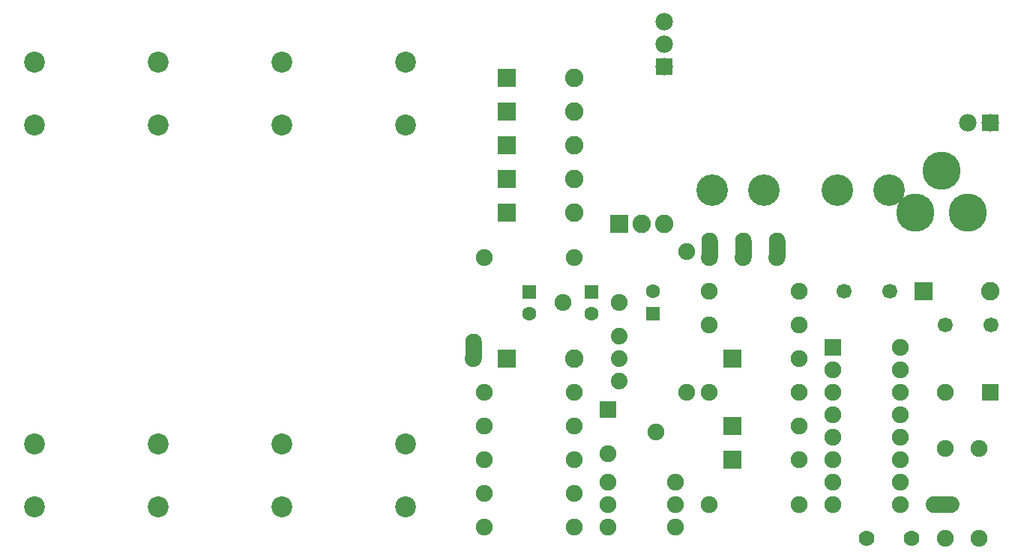
<source format=gtl>
G04 MADE WITH FRITZING*
G04 WWW.FRITZING.ORG*
G04 DOUBLE SIDED*
G04 HOLES PLATED*
G04 CONTOUR ON CENTER OF CONTOUR VECTOR*
%ASAXBY*%
%FSLAX23Y23*%
%MOIN*%
%OFA0B0*%
%SFA1.0B1.0*%
%ADD10C,0.082000*%
%ADD11C,0.070000*%
%ADD12C,0.066555*%
%ADD13C,0.075000*%
%ADD14C,0.078002*%
%ADD15C,0.078000*%
%ADD16C,0.074000*%
%ADD17C,0.170000*%
%ADD18C,0.140000*%
%ADD19C,0.093000*%
%ADD20C,0.062992*%
%ADD21R,0.082000X0.082000*%
%ADD22R,0.078002X0.078000*%
%ADD23R,0.078000X0.078000*%
%ADD24R,0.075000X0.075000*%
%ADD25R,0.062992X0.062992*%
%ADD26R,0.001000X0.001000*%
%LNCOPPER1*%
G90*
G70*
G54D10*
X4302Y1288D03*
X4600Y1288D03*
X2450Y2238D03*
X2748Y2238D03*
G54D11*
X4250Y188D03*
X4050Y188D03*
G54D12*
X4151Y1288D03*
X3950Y1288D03*
X4601Y1138D03*
X4400Y1138D03*
G54D13*
X2700Y1238D03*
X2950Y1238D03*
G54D14*
X3150Y2288D03*
X3150Y2388D03*
X3150Y2488D03*
G54D15*
X4600Y2038D03*
X4500Y2038D03*
G54D13*
X3250Y1463D03*
X3250Y838D03*
G54D10*
X2450Y988D03*
X2748Y988D03*
G54D16*
X2950Y1088D03*
X2950Y988D03*
X2950Y888D03*
X2950Y1088D03*
X2950Y988D03*
X2950Y888D03*
G54D17*
X4264Y1638D03*
X4500Y1638D03*
X4382Y1823D03*
X4264Y1638D03*
X4500Y1638D03*
X4382Y1823D03*
G54D13*
X2750Y238D03*
X2350Y238D03*
X3350Y1138D03*
X3750Y1138D03*
G54D16*
X3350Y1438D03*
X3350Y1438D03*
X3350Y1438D03*
X4350Y338D03*
X4350Y338D03*
X4350Y338D03*
X2300Y988D03*
X2300Y988D03*
X2300Y988D03*
X3500Y1438D03*
X3500Y1438D03*
X3500Y1438D03*
X3650Y1438D03*
X3650Y1438D03*
X3650Y1438D03*
G54D13*
X2900Y760D03*
X3112Y661D03*
X2900Y563D03*
G54D18*
X4150Y1738D03*
X3920Y1738D03*
X3363Y1738D03*
X3593Y1738D03*
X4150Y1738D03*
X3920Y1738D03*
X3363Y1738D03*
X3593Y1738D03*
G54D13*
X4600Y838D03*
X4400Y838D03*
X3900Y1038D03*
X4200Y1038D03*
X3900Y938D03*
X4200Y938D03*
X3900Y838D03*
X4200Y838D03*
X3900Y738D03*
X4200Y738D03*
X3900Y638D03*
X4200Y638D03*
X3900Y538D03*
X4200Y538D03*
X3900Y438D03*
X4200Y438D03*
X3900Y338D03*
X4200Y338D03*
X3450Y538D03*
X3750Y538D03*
X3450Y688D03*
X3750Y688D03*
X4550Y588D03*
X4550Y188D03*
X4400Y588D03*
X4400Y188D03*
G54D10*
X2450Y1638D03*
X2748Y1638D03*
X2450Y1788D03*
X2748Y1788D03*
X2450Y1938D03*
X2748Y1938D03*
X2450Y2088D03*
X2748Y2088D03*
G54D19*
X1450Y328D03*
X1450Y608D03*
X1450Y2308D03*
X1450Y2028D03*
X1450Y328D03*
X1450Y608D03*
X1450Y2308D03*
X1450Y2028D03*
X350Y328D03*
X350Y608D03*
X350Y2308D03*
X350Y2028D03*
X350Y328D03*
X350Y608D03*
X350Y2308D03*
X350Y2028D03*
X900Y328D03*
X900Y608D03*
X900Y2308D03*
X900Y2028D03*
X900Y328D03*
X900Y608D03*
X900Y2308D03*
X900Y2028D03*
X2000Y328D03*
X2000Y608D03*
X2000Y2308D03*
X2000Y2028D03*
X2000Y328D03*
X2000Y608D03*
X2000Y2308D03*
X2000Y2028D03*
G54D13*
X2900Y238D03*
X2900Y338D03*
X2900Y438D03*
X3200Y238D03*
X3200Y338D03*
X3200Y438D03*
X2350Y538D03*
X2750Y538D03*
X2350Y688D03*
X2750Y688D03*
G54D10*
X2950Y1588D03*
X3050Y1588D03*
X3150Y1588D03*
G54D13*
X2350Y1438D03*
X2750Y1438D03*
X3350Y1288D03*
X3750Y1288D03*
X2350Y838D03*
X2750Y838D03*
X2350Y388D03*
X2750Y388D03*
X3350Y338D03*
X3750Y338D03*
X3350Y838D03*
X3750Y838D03*
G54D20*
X2825Y1286D03*
X2825Y1188D03*
X3100Y1189D03*
X3100Y1288D03*
X2550Y1286D03*
X2550Y1188D03*
G54D13*
X3450Y988D03*
X3750Y988D03*
G54D21*
X4301Y1288D03*
X2449Y2238D03*
G54D22*
X3150Y2288D03*
G54D23*
X4600Y2038D03*
G54D21*
X2449Y988D03*
G54D24*
X2900Y760D03*
X4600Y838D03*
X3900Y1038D03*
G54D21*
X3451Y537D03*
X3451Y687D03*
X2449Y1638D03*
X2449Y1788D03*
X2449Y1938D03*
X2449Y2088D03*
X2950Y1588D03*
G54D25*
X2825Y1286D03*
X3100Y1189D03*
X2550Y1286D03*
G54D21*
X3451Y987D03*
G54D26*
X3343Y1548D02*
X3357Y1548D01*
X3493Y1548D02*
X3507Y1548D01*
X3643Y1548D02*
X3657Y1548D01*
X3339Y1547D02*
X3361Y1547D01*
X3489Y1547D02*
X3511Y1547D01*
X3639Y1547D02*
X3661Y1547D01*
X3337Y1546D02*
X3364Y1546D01*
X3487Y1546D02*
X3514Y1546D01*
X3637Y1546D02*
X3664Y1546D01*
X3334Y1545D02*
X3366Y1545D01*
X3484Y1545D02*
X3516Y1545D01*
X3634Y1545D02*
X3666Y1545D01*
X3332Y1544D02*
X3368Y1544D01*
X3482Y1544D02*
X3518Y1544D01*
X3632Y1544D02*
X3668Y1544D01*
X3331Y1543D02*
X3370Y1543D01*
X3481Y1543D02*
X3520Y1543D01*
X3631Y1543D02*
X3670Y1543D01*
X3329Y1542D02*
X3371Y1542D01*
X3479Y1542D02*
X3521Y1542D01*
X3629Y1542D02*
X3671Y1542D01*
X3328Y1541D02*
X3372Y1541D01*
X3478Y1541D02*
X3522Y1541D01*
X3628Y1541D02*
X3672Y1541D01*
X3327Y1540D02*
X3374Y1540D01*
X3477Y1540D02*
X3524Y1540D01*
X3627Y1540D02*
X3674Y1540D01*
X3326Y1539D02*
X3375Y1539D01*
X3476Y1539D02*
X3525Y1539D01*
X3626Y1539D02*
X3675Y1539D01*
X3325Y1538D02*
X3376Y1538D01*
X3475Y1538D02*
X3526Y1538D01*
X3625Y1538D02*
X3676Y1538D01*
X3324Y1537D02*
X3377Y1537D01*
X3474Y1537D02*
X3527Y1537D01*
X3624Y1537D02*
X3677Y1537D01*
X3323Y1536D02*
X3378Y1536D01*
X3473Y1536D02*
X3528Y1536D01*
X3623Y1536D02*
X3678Y1536D01*
X3322Y1535D02*
X3379Y1535D01*
X3472Y1535D02*
X3529Y1535D01*
X3622Y1535D02*
X3679Y1535D01*
X3321Y1534D02*
X3379Y1534D01*
X3471Y1534D02*
X3529Y1534D01*
X3621Y1534D02*
X3679Y1534D01*
X3320Y1533D02*
X3380Y1533D01*
X3470Y1533D02*
X3530Y1533D01*
X3620Y1533D02*
X3680Y1533D01*
X3320Y1532D02*
X3381Y1532D01*
X3470Y1532D02*
X3531Y1532D01*
X3620Y1532D02*
X3681Y1532D01*
X3319Y1531D02*
X3381Y1531D01*
X3469Y1531D02*
X3531Y1531D01*
X3619Y1531D02*
X3681Y1531D01*
X3318Y1530D02*
X3382Y1530D01*
X3468Y1530D02*
X3532Y1530D01*
X3618Y1530D02*
X3682Y1530D01*
X3318Y1529D02*
X3382Y1529D01*
X3468Y1529D02*
X3532Y1529D01*
X3618Y1529D02*
X3682Y1529D01*
X3317Y1528D02*
X3383Y1528D01*
X3467Y1528D02*
X3533Y1528D01*
X3617Y1528D02*
X3683Y1528D01*
X3317Y1527D02*
X3383Y1527D01*
X3467Y1527D02*
X3533Y1527D01*
X3617Y1527D02*
X3683Y1527D01*
X3317Y1526D02*
X3384Y1526D01*
X3467Y1526D02*
X3534Y1526D01*
X3617Y1526D02*
X3684Y1526D01*
X3316Y1525D02*
X3384Y1525D01*
X3466Y1525D02*
X3534Y1525D01*
X3616Y1525D02*
X3684Y1525D01*
X3316Y1524D02*
X3385Y1524D01*
X3466Y1524D02*
X3535Y1524D01*
X3616Y1524D02*
X3685Y1524D01*
X3315Y1523D02*
X3385Y1523D01*
X3465Y1523D02*
X3535Y1523D01*
X3615Y1523D02*
X3685Y1523D01*
X3315Y1522D02*
X3385Y1522D01*
X3465Y1522D02*
X3535Y1522D01*
X3615Y1522D02*
X3685Y1522D01*
X3315Y1521D02*
X3386Y1521D01*
X3465Y1521D02*
X3536Y1521D01*
X3615Y1521D02*
X3685Y1521D01*
X3315Y1520D02*
X3386Y1520D01*
X3465Y1520D02*
X3536Y1520D01*
X3615Y1520D02*
X3686Y1520D01*
X3314Y1519D02*
X3386Y1519D01*
X3464Y1519D02*
X3536Y1519D01*
X3614Y1519D02*
X3686Y1519D01*
X3314Y1518D02*
X3386Y1518D01*
X3464Y1518D02*
X3536Y1518D01*
X3614Y1518D02*
X3686Y1518D01*
X3314Y1517D02*
X3386Y1517D01*
X3464Y1517D02*
X3536Y1517D01*
X3614Y1517D02*
X3686Y1517D01*
X3314Y1516D02*
X3386Y1516D01*
X3464Y1516D02*
X3536Y1516D01*
X3614Y1516D02*
X3686Y1516D01*
X3314Y1515D02*
X3387Y1515D01*
X3464Y1515D02*
X3537Y1515D01*
X3614Y1515D02*
X3687Y1515D01*
X3314Y1514D02*
X3387Y1514D01*
X3464Y1514D02*
X3537Y1514D01*
X3614Y1514D02*
X3687Y1514D01*
X3314Y1513D02*
X3387Y1513D01*
X3464Y1513D02*
X3537Y1513D01*
X3614Y1513D02*
X3687Y1513D01*
X3314Y1512D02*
X3387Y1512D01*
X3464Y1512D02*
X3537Y1512D01*
X3614Y1512D02*
X3687Y1512D01*
X3314Y1511D02*
X3387Y1511D01*
X3464Y1511D02*
X3537Y1511D01*
X3614Y1511D02*
X3687Y1511D01*
X3314Y1510D02*
X3387Y1510D01*
X3464Y1510D02*
X3537Y1510D01*
X3614Y1510D02*
X3687Y1510D01*
X3314Y1509D02*
X3387Y1509D01*
X3464Y1509D02*
X3537Y1509D01*
X3614Y1509D02*
X3687Y1509D01*
X3314Y1508D02*
X3387Y1508D01*
X3464Y1508D02*
X3537Y1508D01*
X3614Y1508D02*
X3687Y1508D01*
X3314Y1507D02*
X3387Y1507D01*
X3464Y1507D02*
X3537Y1507D01*
X3614Y1507D02*
X3687Y1507D01*
X3314Y1506D02*
X3387Y1506D01*
X3464Y1506D02*
X3537Y1506D01*
X3614Y1506D02*
X3687Y1506D01*
X3314Y1505D02*
X3387Y1505D01*
X3464Y1505D02*
X3537Y1505D01*
X3614Y1505D02*
X3687Y1505D01*
X3314Y1504D02*
X3387Y1504D01*
X3464Y1504D02*
X3537Y1504D01*
X3614Y1504D02*
X3687Y1504D01*
X3314Y1503D02*
X3387Y1503D01*
X3464Y1503D02*
X3537Y1503D01*
X3614Y1503D02*
X3687Y1503D01*
X3314Y1502D02*
X3387Y1502D01*
X3464Y1502D02*
X3537Y1502D01*
X3614Y1502D02*
X3687Y1502D01*
X3314Y1501D02*
X3387Y1501D01*
X3464Y1501D02*
X3537Y1501D01*
X3614Y1501D02*
X3687Y1501D01*
X3314Y1500D02*
X3387Y1500D01*
X3464Y1500D02*
X3537Y1500D01*
X3614Y1500D02*
X3687Y1500D01*
X3314Y1499D02*
X3387Y1499D01*
X3464Y1499D02*
X3537Y1499D01*
X3614Y1499D02*
X3687Y1499D01*
X3314Y1498D02*
X3387Y1498D01*
X3464Y1498D02*
X3537Y1498D01*
X3614Y1498D02*
X3687Y1498D01*
X3314Y1497D02*
X3387Y1497D01*
X3464Y1497D02*
X3537Y1497D01*
X3614Y1497D02*
X3687Y1497D01*
X3314Y1496D02*
X3387Y1496D01*
X3464Y1496D02*
X3537Y1496D01*
X3614Y1496D02*
X3687Y1496D01*
X3314Y1495D02*
X3387Y1495D01*
X3464Y1495D02*
X3537Y1495D01*
X3614Y1495D02*
X3687Y1495D01*
X3314Y1494D02*
X3387Y1494D01*
X3464Y1494D02*
X3537Y1494D01*
X3614Y1494D02*
X3687Y1494D01*
X3314Y1493D02*
X3387Y1493D01*
X3464Y1493D02*
X3537Y1493D01*
X3614Y1493D02*
X3687Y1493D01*
X3314Y1492D02*
X3387Y1492D01*
X3464Y1492D02*
X3537Y1492D01*
X3614Y1492D02*
X3687Y1492D01*
X3314Y1491D02*
X3387Y1491D01*
X3464Y1491D02*
X3537Y1491D01*
X3614Y1491D02*
X3687Y1491D01*
X3314Y1490D02*
X3387Y1490D01*
X3464Y1490D02*
X3537Y1490D01*
X3614Y1490D02*
X3687Y1490D01*
X3314Y1489D02*
X3387Y1489D01*
X3464Y1489D02*
X3537Y1489D01*
X3614Y1489D02*
X3687Y1489D01*
X3314Y1488D02*
X3387Y1488D01*
X3464Y1488D02*
X3537Y1488D01*
X3614Y1488D02*
X3687Y1488D01*
X3314Y1487D02*
X3387Y1487D01*
X3464Y1487D02*
X3537Y1487D01*
X3614Y1487D02*
X3687Y1487D01*
X3314Y1486D02*
X3387Y1486D01*
X3464Y1486D02*
X3537Y1486D01*
X3614Y1486D02*
X3687Y1486D01*
X3314Y1485D02*
X3387Y1485D01*
X3464Y1485D02*
X3537Y1485D01*
X3614Y1485D02*
X3687Y1485D01*
X3314Y1484D02*
X3387Y1484D01*
X3464Y1484D02*
X3537Y1484D01*
X3614Y1484D02*
X3687Y1484D01*
X3314Y1483D02*
X3387Y1483D01*
X3464Y1483D02*
X3537Y1483D01*
X3614Y1483D02*
X3687Y1483D01*
X3314Y1482D02*
X3387Y1482D01*
X3464Y1482D02*
X3537Y1482D01*
X3614Y1482D02*
X3687Y1482D01*
X3314Y1481D02*
X3387Y1481D01*
X3464Y1481D02*
X3537Y1481D01*
X3614Y1481D02*
X3687Y1481D01*
X3314Y1480D02*
X3387Y1480D01*
X3464Y1480D02*
X3537Y1480D01*
X3614Y1480D02*
X3687Y1480D01*
X3314Y1479D02*
X3387Y1479D01*
X3464Y1479D02*
X3537Y1479D01*
X3614Y1479D02*
X3687Y1479D01*
X3314Y1478D02*
X3387Y1478D01*
X3464Y1478D02*
X3537Y1478D01*
X3614Y1478D02*
X3687Y1478D01*
X3314Y1477D02*
X3387Y1477D01*
X3464Y1477D02*
X3537Y1477D01*
X3614Y1477D02*
X3687Y1477D01*
X3314Y1476D02*
X3387Y1476D01*
X3464Y1476D02*
X3537Y1476D01*
X3614Y1476D02*
X3687Y1476D01*
X3314Y1475D02*
X3387Y1475D01*
X3464Y1475D02*
X3537Y1475D01*
X3614Y1475D02*
X3687Y1475D01*
X3314Y1474D02*
X3387Y1474D01*
X3464Y1474D02*
X3537Y1474D01*
X3614Y1474D02*
X3687Y1474D01*
X3314Y1473D02*
X3387Y1473D01*
X3464Y1473D02*
X3537Y1473D01*
X3614Y1473D02*
X3687Y1473D01*
X3314Y1472D02*
X3387Y1472D01*
X3464Y1472D02*
X3537Y1472D01*
X3614Y1472D02*
X3687Y1472D01*
X3314Y1471D02*
X3387Y1471D01*
X3464Y1471D02*
X3537Y1471D01*
X3614Y1471D02*
X3687Y1471D01*
X3314Y1470D02*
X3387Y1470D01*
X3464Y1470D02*
X3537Y1470D01*
X3614Y1470D02*
X3687Y1470D01*
X3314Y1469D02*
X3387Y1469D01*
X3464Y1469D02*
X3537Y1469D01*
X3614Y1469D02*
X3687Y1469D01*
X3314Y1468D02*
X3387Y1468D01*
X3464Y1468D02*
X3537Y1468D01*
X3614Y1468D02*
X3687Y1468D01*
X3314Y1467D02*
X3387Y1467D01*
X3464Y1467D02*
X3537Y1467D01*
X3614Y1467D02*
X3687Y1467D01*
X3314Y1466D02*
X3387Y1466D01*
X3464Y1466D02*
X3537Y1466D01*
X3614Y1466D02*
X3687Y1466D01*
X3314Y1465D02*
X3387Y1465D01*
X3464Y1465D02*
X3537Y1465D01*
X3614Y1465D02*
X3687Y1465D01*
X3314Y1464D02*
X3387Y1464D01*
X3464Y1464D02*
X3537Y1464D01*
X3614Y1464D02*
X3687Y1464D01*
X3314Y1463D02*
X3387Y1463D01*
X3464Y1463D02*
X3537Y1463D01*
X3614Y1463D02*
X3687Y1463D01*
X3314Y1462D02*
X3387Y1462D01*
X3464Y1462D02*
X3537Y1462D01*
X3614Y1462D02*
X3687Y1462D01*
X3314Y1461D02*
X3387Y1461D01*
X3464Y1461D02*
X3537Y1461D01*
X3614Y1461D02*
X3687Y1461D01*
X3314Y1460D02*
X3387Y1460D01*
X3464Y1460D02*
X3537Y1460D01*
X3614Y1460D02*
X3687Y1460D01*
X3314Y1459D02*
X3344Y1459D01*
X3356Y1459D02*
X3387Y1459D01*
X3464Y1459D02*
X3494Y1459D01*
X3506Y1459D02*
X3537Y1459D01*
X3614Y1459D02*
X3644Y1459D01*
X3656Y1459D02*
X3687Y1459D01*
X3314Y1458D02*
X3341Y1458D01*
X3359Y1458D02*
X3387Y1458D01*
X3464Y1458D02*
X3491Y1458D01*
X3509Y1458D02*
X3537Y1458D01*
X3614Y1458D02*
X3641Y1458D01*
X3659Y1458D02*
X3687Y1458D01*
X3314Y1457D02*
X3339Y1457D01*
X3361Y1457D02*
X3387Y1457D01*
X3464Y1457D02*
X3489Y1457D01*
X3511Y1457D02*
X3537Y1457D01*
X3614Y1457D02*
X3639Y1457D01*
X3661Y1457D02*
X3687Y1457D01*
X3314Y1456D02*
X3337Y1456D01*
X3363Y1456D02*
X3387Y1456D01*
X3464Y1456D02*
X3487Y1456D01*
X3513Y1456D02*
X3537Y1456D01*
X3614Y1456D02*
X3637Y1456D01*
X3663Y1456D02*
X3687Y1456D01*
X3314Y1455D02*
X3336Y1455D01*
X3364Y1455D02*
X3387Y1455D01*
X3464Y1455D02*
X3486Y1455D01*
X3514Y1455D02*
X3537Y1455D01*
X3614Y1455D02*
X3636Y1455D01*
X3664Y1455D02*
X3687Y1455D01*
X3314Y1454D02*
X3335Y1454D01*
X3366Y1454D02*
X3387Y1454D01*
X3464Y1454D02*
X3485Y1454D01*
X3516Y1454D02*
X3537Y1454D01*
X3614Y1454D02*
X3635Y1454D01*
X3666Y1454D02*
X3687Y1454D01*
X3314Y1453D02*
X3334Y1453D01*
X3367Y1453D02*
X3387Y1453D01*
X3464Y1453D02*
X3484Y1453D01*
X3517Y1453D02*
X3537Y1453D01*
X3614Y1453D02*
X3634Y1453D01*
X3667Y1453D02*
X3687Y1453D01*
X3314Y1452D02*
X3333Y1452D01*
X3367Y1452D02*
X3387Y1452D01*
X3464Y1452D02*
X3483Y1452D01*
X3517Y1452D02*
X3537Y1452D01*
X3614Y1452D02*
X3633Y1452D01*
X3667Y1452D02*
X3687Y1452D01*
X3314Y1451D02*
X3332Y1451D01*
X3368Y1451D02*
X3387Y1451D01*
X3464Y1451D02*
X3482Y1451D01*
X3518Y1451D02*
X3537Y1451D01*
X3614Y1451D02*
X3632Y1451D01*
X3668Y1451D02*
X3687Y1451D01*
X3314Y1450D02*
X3331Y1450D01*
X3369Y1450D02*
X3387Y1450D01*
X3464Y1450D02*
X3481Y1450D01*
X3519Y1450D02*
X3537Y1450D01*
X3614Y1450D02*
X3631Y1450D01*
X3669Y1450D02*
X3687Y1450D01*
X3314Y1449D02*
X3331Y1449D01*
X3370Y1449D02*
X3387Y1449D01*
X3464Y1449D02*
X3481Y1449D01*
X3520Y1449D02*
X3537Y1449D01*
X3614Y1449D02*
X3631Y1449D01*
X3670Y1449D02*
X3687Y1449D01*
X3314Y1448D02*
X3330Y1448D01*
X3370Y1448D02*
X3387Y1448D01*
X3464Y1448D02*
X3480Y1448D01*
X3520Y1448D02*
X3537Y1448D01*
X3614Y1448D02*
X3630Y1448D01*
X3670Y1448D02*
X3687Y1448D01*
X3314Y1447D02*
X3330Y1447D01*
X3371Y1447D02*
X3387Y1447D01*
X3464Y1447D02*
X3480Y1447D01*
X3521Y1447D02*
X3537Y1447D01*
X3614Y1447D02*
X3630Y1447D01*
X3671Y1447D02*
X3687Y1447D01*
X3314Y1446D02*
X3329Y1446D01*
X3371Y1446D02*
X3387Y1446D01*
X3464Y1446D02*
X3479Y1446D01*
X3521Y1446D02*
X3537Y1446D01*
X3614Y1446D02*
X3629Y1446D01*
X3671Y1446D02*
X3687Y1446D01*
X3314Y1445D02*
X3329Y1445D01*
X3371Y1445D02*
X3387Y1445D01*
X3464Y1445D02*
X3479Y1445D01*
X3521Y1445D02*
X3537Y1445D01*
X3614Y1445D02*
X3629Y1445D01*
X3671Y1445D02*
X3687Y1445D01*
X3314Y1444D02*
X3329Y1444D01*
X3372Y1444D02*
X3387Y1444D01*
X3464Y1444D02*
X3479Y1444D01*
X3522Y1444D02*
X3537Y1444D01*
X3614Y1444D02*
X3629Y1444D01*
X3672Y1444D02*
X3687Y1444D01*
X3314Y1443D02*
X3328Y1443D01*
X3372Y1443D02*
X3387Y1443D01*
X3464Y1443D02*
X3478Y1443D01*
X3522Y1443D02*
X3537Y1443D01*
X3614Y1443D02*
X3628Y1443D01*
X3672Y1443D02*
X3687Y1443D01*
X3314Y1442D02*
X3328Y1442D01*
X3372Y1442D02*
X3387Y1442D01*
X3464Y1442D02*
X3478Y1442D01*
X3522Y1442D02*
X3537Y1442D01*
X3614Y1442D02*
X3628Y1442D01*
X3672Y1442D02*
X3687Y1442D01*
X3314Y1441D02*
X3328Y1441D01*
X3372Y1441D02*
X3387Y1441D01*
X3464Y1441D02*
X3478Y1441D01*
X3522Y1441D02*
X3537Y1441D01*
X3614Y1441D02*
X3628Y1441D01*
X3672Y1441D02*
X3687Y1441D01*
X3314Y1440D02*
X3328Y1440D01*
X3373Y1440D02*
X3387Y1440D01*
X3464Y1440D02*
X3478Y1440D01*
X3523Y1440D02*
X3537Y1440D01*
X3614Y1440D02*
X3628Y1440D01*
X3673Y1440D02*
X3687Y1440D01*
X3314Y1439D02*
X3328Y1439D01*
X3373Y1439D02*
X3387Y1439D01*
X3464Y1439D02*
X3478Y1439D01*
X3523Y1439D02*
X3537Y1439D01*
X3614Y1439D02*
X3628Y1439D01*
X3673Y1439D02*
X3687Y1439D01*
X3314Y1438D02*
X3328Y1438D01*
X3373Y1438D02*
X3387Y1438D01*
X3464Y1438D02*
X3478Y1438D01*
X3523Y1438D02*
X3537Y1438D01*
X3614Y1438D02*
X3628Y1438D01*
X3673Y1438D02*
X3687Y1438D01*
X3314Y1437D02*
X3328Y1437D01*
X3373Y1437D02*
X3387Y1437D01*
X3464Y1437D02*
X3478Y1437D01*
X3523Y1437D02*
X3537Y1437D01*
X3614Y1437D02*
X3628Y1437D01*
X3673Y1437D02*
X3687Y1437D01*
X3314Y1436D02*
X3328Y1436D01*
X3373Y1436D02*
X3387Y1436D01*
X3464Y1436D02*
X3478Y1436D01*
X3523Y1436D02*
X3537Y1436D01*
X3614Y1436D02*
X3628Y1436D01*
X3673Y1436D02*
X3687Y1436D01*
X3314Y1435D02*
X3328Y1435D01*
X3372Y1435D02*
X3387Y1435D01*
X3464Y1435D02*
X3478Y1435D01*
X3522Y1435D02*
X3537Y1435D01*
X3614Y1435D02*
X3628Y1435D01*
X3672Y1435D02*
X3687Y1435D01*
X3314Y1434D02*
X3328Y1434D01*
X3372Y1434D02*
X3386Y1434D01*
X3464Y1434D02*
X3478Y1434D01*
X3522Y1434D02*
X3536Y1434D01*
X3614Y1434D02*
X3628Y1434D01*
X3672Y1434D02*
X3686Y1434D01*
X3314Y1433D02*
X3328Y1433D01*
X3372Y1433D02*
X3386Y1433D01*
X3464Y1433D02*
X3478Y1433D01*
X3522Y1433D02*
X3536Y1433D01*
X3614Y1433D02*
X3628Y1433D01*
X3672Y1433D02*
X3686Y1433D01*
X3314Y1432D02*
X3329Y1432D01*
X3372Y1432D02*
X3386Y1432D01*
X3464Y1432D02*
X3479Y1432D01*
X3522Y1432D02*
X3536Y1432D01*
X3614Y1432D02*
X3629Y1432D01*
X3672Y1432D02*
X3686Y1432D01*
X3314Y1431D02*
X3329Y1431D01*
X3372Y1431D02*
X3386Y1431D01*
X3464Y1431D02*
X3479Y1431D01*
X3521Y1431D02*
X3536Y1431D01*
X3614Y1431D02*
X3629Y1431D01*
X3671Y1431D02*
X3686Y1431D01*
X3315Y1430D02*
X3329Y1430D01*
X3371Y1430D02*
X3386Y1430D01*
X3465Y1430D02*
X3479Y1430D01*
X3521Y1430D02*
X3536Y1430D01*
X3615Y1430D02*
X3629Y1430D01*
X3671Y1430D02*
X3686Y1430D01*
X3315Y1429D02*
X3330Y1429D01*
X3371Y1429D02*
X3386Y1429D01*
X3465Y1429D02*
X3480Y1429D01*
X3521Y1429D02*
X3536Y1429D01*
X3615Y1429D02*
X3630Y1429D01*
X3671Y1429D02*
X3686Y1429D01*
X3315Y1428D02*
X3330Y1428D01*
X3370Y1428D02*
X3385Y1428D01*
X3465Y1428D02*
X3480Y1428D01*
X3520Y1428D02*
X3535Y1428D01*
X3615Y1428D02*
X3630Y1428D01*
X3670Y1428D02*
X3685Y1428D01*
X3315Y1427D02*
X3331Y1427D01*
X3370Y1427D02*
X3385Y1427D01*
X3465Y1427D02*
X3481Y1427D01*
X3520Y1427D02*
X3535Y1427D01*
X3615Y1427D02*
X3631Y1427D01*
X3670Y1427D02*
X3685Y1427D01*
X3316Y1426D02*
X3331Y1426D01*
X3369Y1426D02*
X3385Y1426D01*
X3466Y1426D02*
X3481Y1426D01*
X3519Y1426D02*
X3535Y1426D01*
X3616Y1426D02*
X3631Y1426D01*
X3669Y1426D02*
X3685Y1426D01*
X3316Y1425D02*
X3332Y1425D01*
X3368Y1425D02*
X3384Y1425D01*
X3466Y1425D02*
X3482Y1425D01*
X3518Y1425D02*
X3534Y1425D01*
X3616Y1425D02*
X3632Y1425D01*
X3668Y1425D02*
X3684Y1425D01*
X3316Y1424D02*
X3333Y1424D01*
X3368Y1424D02*
X3384Y1424D01*
X3466Y1424D02*
X3483Y1424D01*
X3518Y1424D02*
X3534Y1424D01*
X3616Y1424D02*
X3633Y1424D01*
X3668Y1424D02*
X3684Y1424D01*
X3317Y1423D02*
X3334Y1423D01*
X3367Y1423D02*
X3384Y1423D01*
X3467Y1423D02*
X3484Y1423D01*
X3517Y1423D02*
X3534Y1423D01*
X3617Y1423D02*
X3634Y1423D01*
X3667Y1423D02*
X3684Y1423D01*
X3317Y1422D02*
X3335Y1422D01*
X3366Y1422D02*
X3383Y1422D01*
X3467Y1422D02*
X3485Y1422D01*
X3516Y1422D02*
X3533Y1422D01*
X3617Y1422D02*
X3635Y1422D01*
X3666Y1422D02*
X3683Y1422D01*
X3318Y1421D02*
X3336Y1421D01*
X3365Y1421D02*
X3383Y1421D01*
X3468Y1421D02*
X3486Y1421D01*
X3515Y1421D02*
X3533Y1421D01*
X3618Y1421D02*
X3636Y1421D01*
X3665Y1421D02*
X3683Y1421D01*
X3318Y1420D02*
X3337Y1420D01*
X3363Y1420D02*
X3382Y1420D01*
X3468Y1420D02*
X3487Y1420D01*
X3513Y1420D02*
X3532Y1420D01*
X3618Y1420D02*
X3637Y1420D01*
X3663Y1420D02*
X3682Y1420D01*
X3319Y1419D02*
X3339Y1419D01*
X3362Y1419D02*
X3381Y1419D01*
X3469Y1419D02*
X3489Y1419D01*
X3512Y1419D02*
X3531Y1419D01*
X3619Y1419D02*
X3639Y1419D01*
X3662Y1419D02*
X3681Y1419D01*
X3320Y1418D02*
X3340Y1418D01*
X3360Y1418D02*
X3381Y1418D01*
X3470Y1418D02*
X3490Y1418D01*
X3510Y1418D02*
X3531Y1418D01*
X3620Y1418D02*
X3640Y1418D01*
X3660Y1418D02*
X3681Y1418D01*
X3320Y1417D02*
X3343Y1417D01*
X3357Y1417D02*
X3380Y1417D01*
X3470Y1417D02*
X3493Y1417D01*
X3507Y1417D02*
X3530Y1417D01*
X3620Y1417D02*
X3643Y1417D01*
X3657Y1417D02*
X3680Y1417D01*
X3321Y1416D02*
X3347Y1416D01*
X3353Y1416D02*
X3380Y1416D01*
X3471Y1416D02*
X3497Y1416D01*
X3503Y1416D02*
X3529Y1416D01*
X3621Y1416D02*
X3647Y1416D01*
X3653Y1416D02*
X3679Y1416D01*
X3322Y1415D02*
X3379Y1415D01*
X3472Y1415D02*
X3529Y1415D01*
X3622Y1415D02*
X3679Y1415D01*
X3322Y1414D02*
X3378Y1414D01*
X3472Y1414D02*
X3528Y1414D01*
X3622Y1414D02*
X3678Y1414D01*
X3323Y1413D02*
X3377Y1413D01*
X3473Y1413D02*
X3527Y1413D01*
X3623Y1413D02*
X3677Y1413D01*
X3324Y1412D02*
X3376Y1412D01*
X3474Y1412D02*
X3526Y1412D01*
X3624Y1412D02*
X3676Y1412D01*
X3325Y1411D02*
X3375Y1411D01*
X3475Y1411D02*
X3525Y1411D01*
X3625Y1411D02*
X3675Y1411D01*
X3326Y1410D02*
X3374Y1410D01*
X3476Y1410D02*
X3524Y1410D01*
X3626Y1410D02*
X3674Y1410D01*
X3328Y1409D02*
X3373Y1409D01*
X3478Y1409D02*
X3523Y1409D01*
X3628Y1409D02*
X3673Y1409D01*
X3329Y1408D02*
X3371Y1408D01*
X3479Y1408D02*
X3521Y1408D01*
X3629Y1408D02*
X3671Y1408D01*
X3330Y1407D02*
X3370Y1407D01*
X3480Y1407D02*
X3520Y1407D01*
X3630Y1407D02*
X3670Y1407D01*
X3332Y1406D02*
X3368Y1406D01*
X3482Y1406D02*
X3518Y1406D01*
X3632Y1406D02*
X3668Y1406D01*
X3334Y1405D02*
X3367Y1405D01*
X3484Y1405D02*
X3517Y1405D01*
X3634Y1405D02*
X3667Y1405D01*
X3336Y1404D02*
X3365Y1404D01*
X3486Y1404D02*
X3515Y1404D01*
X3636Y1404D02*
X3665Y1404D01*
X3338Y1403D02*
X3362Y1403D01*
X3488Y1403D02*
X3512Y1403D01*
X3638Y1403D02*
X3662Y1403D01*
X3342Y1402D02*
X3359Y1402D01*
X3492Y1402D02*
X3509Y1402D01*
X3642Y1402D02*
X3659Y1402D01*
X3348Y1401D02*
X3352Y1401D01*
X3498Y1401D02*
X3502Y1401D01*
X3648Y1401D02*
X3652Y1401D01*
X2292Y1098D02*
X2308Y1098D01*
X2289Y1097D02*
X2312Y1097D01*
X2286Y1096D02*
X2314Y1096D01*
X2284Y1095D02*
X2316Y1095D01*
X2282Y1094D02*
X2318Y1094D01*
X2281Y1093D02*
X2320Y1093D01*
X2279Y1092D02*
X2321Y1092D01*
X2278Y1091D02*
X2323Y1091D01*
X2277Y1090D02*
X2324Y1090D01*
X2276Y1089D02*
X2325Y1089D01*
X2275Y1088D02*
X2326Y1088D01*
X2274Y1087D02*
X2327Y1087D01*
X2273Y1086D02*
X2328Y1086D01*
X2272Y1085D02*
X2329Y1085D01*
X2271Y1084D02*
X2329Y1084D01*
X2270Y1083D02*
X2330Y1083D01*
X2270Y1082D02*
X2331Y1082D01*
X2269Y1081D02*
X2331Y1081D01*
X2269Y1080D02*
X2332Y1080D01*
X2268Y1079D02*
X2333Y1079D01*
X2267Y1078D02*
X2333Y1078D01*
X2267Y1077D02*
X2334Y1077D01*
X2267Y1076D02*
X2334Y1076D01*
X2266Y1075D02*
X2334Y1075D01*
X2266Y1074D02*
X2335Y1074D01*
X2265Y1073D02*
X2335Y1073D01*
X2265Y1072D02*
X2335Y1072D01*
X2265Y1071D02*
X2336Y1071D01*
X2265Y1070D02*
X2336Y1070D01*
X2264Y1069D02*
X2336Y1069D01*
X2264Y1068D02*
X2336Y1068D01*
X2264Y1067D02*
X2336Y1067D01*
X2264Y1066D02*
X2337Y1066D01*
X2264Y1065D02*
X2337Y1065D01*
X2264Y1064D02*
X2337Y1064D01*
X2264Y1063D02*
X2337Y1063D01*
X2264Y1062D02*
X2337Y1062D01*
X2264Y1061D02*
X2337Y1061D01*
X2264Y1060D02*
X2337Y1060D01*
X2264Y1059D02*
X2337Y1059D01*
X2264Y1058D02*
X2337Y1058D01*
X2264Y1057D02*
X2337Y1057D01*
X2264Y1056D02*
X2337Y1056D01*
X2264Y1055D02*
X2337Y1055D01*
X2264Y1054D02*
X2337Y1054D01*
X2264Y1053D02*
X2337Y1053D01*
X2264Y1052D02*
X2337Y1052D01*
X2264Y1051D02*
X2337Y1051D01*
X2264Y1050D02*
X2337Y1050D01*
X2264Y1049D02*
X2337Y1049D01*
X2264Y1048D02*
X2337Y1048D01*
X2264Y1047D02*
X2337Y1047D01*
X2264Y1046D02*
X2337Y1046D01*
X2264Y1045D02*
X2337Y1045D01*
X2264Y1044D02*
X2337Y1044D01*
X2264Y1043D02*
X2337Y1043D01*
X2264Y1042D02*
X2337Y1042D01*
X2264Y1041D02*
X2337Y1041D01*
X2264Y1040D02*
X2337Y1040D01*
X2264Y1039D02*
X2337Y1039D01*
X2264Y1038D02*
X2337Y1038D01*
X2264Y1037D02*
X2337Y1037D01*
X2264Y1036D02*
X2337Y1036D01*
X2264Y1035D02*
X2337Y1035D01*
X2264Y1034D02*
X2337Y1034D01*
X2264Y1033D02*
X2337Y1033D01*
X2264Y1032D02*
X2337Y1032D01*
X2264Y1031D02*
X2337Y1031D01*
X2264Y1030D02*
X2337Y1030D01*
X2264Y1029D02*
X2337Y1029D01*
X2264Y1028D02*
X2337Y1028D01*
X2264Y1027D02*
X2337Y1027D01*
X2264Y1026D02*
X2337Y1026D01*
X2264Y1025D02*
X2337Y1025D01*
X2264Y1024D02*
X2337Y1024D01*
X2264Y1023D02*
X2337Y1023D01*
X2264Y1022D02*
X2337Y1022D01*
X2264Y1021D02*
X2337Y1021D01*
X2264Y1020D02*
X2337Y1020D01*
X2264Y1019D02*
X2337Y1019D01*
X2264Y1018D02*
X2337Y1018D01*
X2264Y1017D02*
X2337Y1017D01*
X2264Y1016D02*
X2337Y1016D01*
X2264Y1015D02*
X2337Y1015D01*
X2264Y1014D02*
X2337Y1014D01*
X2264Y1013D02*
X2337Y1013D01*
X2264Y1012D02*
X2337Y1012D01*
X2264Y1011D02*
X2337Y1011D01*
X2264Y1010D02*
X2337Y1010D01*
X2264Y1009D02*
X2294Y1009D01*
X2307Y1009D02*
X2337Y1009D01*
X2264Y1008D02*
X2291Y1008D01*
X2310Y1008D02*
X2337Y1008D01*
X2264Y1007D02*
X2289Y1007D01*
X2312Y1007D02*
X2337Y1007D01*
X2264Y1006D02*
X2287Y1006D01*
X2313Y1006D02*
X2337Y1006D01*
X2264Y1005D02*
X2286Y1005D01*
X2315Y1005D02*
X2337Y1005D01*
X2264Y1004D02*
X2285Y1004D01*
X2316Y1004D02*
X2337Y1004D01*
X2264Y1003D02*
X2284Y1003D01*
X2317Y1003D02*
X2337Y1003D01*
X2264Y1002D02*
X2283Y1002D01*
X2318Y1002D02*
X2337Y1002D01*
X2264Y1001D02*
X2282Y1001D01*
X2318Y1001D02*
X2337Y1001D01*
X2264Y1000D02*
X2281Y1000D01*
X2319Y1000D02*
X2337Y1000D01*
X2264Y999D02*
X2281Y999D01*
X2320Y999D02*
X2337Y999D01*
X2264Y998D02*
X2280Y998D01*
X2320Y998D02*
X2337Y998D01*
X2264Y997D02*
X2280Y997D01*
X2321Y997D02*
X2337Y997D01*
X2264Y996D02*
X2279Y996D01*
X2321Y996D02*
X2337Y996D01*
X2264Y995D02*
X2279Y995D01*
X2322Y995D02*
X2337Y995D01*
X2264Y994D02*
X2279Y994D01*
X2322Y994D02*
X2337Y994D01*
X2264Y993D02*
X2278Y993D01*
X2322Y993D02*
X2337Y993D01*
X2264Y992D02*
X2278Y992D01*
X2322Y992D02*
X2337Y992D01*
X2264Y991D02*
X2278Y991D01*
X2323Y991D02*
X2337Y991D01*
X2264Y990D02*
X2278Y990D01*
X2323Y990D02*
X2337Y990D01*
X2264Y989D02*
X2278Y989D01*
X2323Y989D02*
X2337Y989D01*
X2264Y988D02*
X2278Y988D01*
X2323Y988D02*
X2337Y988D01*
X2264Y987D02*
X2278Y987D01*
X2323Y987D02*
X2337Y987D01*
X2264Y986D02*
X2278Y986D01*
X2323Y986D02*
X2337Y986D01*
X2264Y985D02*
X2278Y985D01*
X2323Y985D02*
X2337Y985D01*
X2264Y984D02*
X2278Y984D01*
X2322Y984D02*
X2337Y984D01*
X2264Y983D02*
X2278Y983D01*
X2322Y983D02*
X2336Y983D01*
X2264Y982D02*
X2279Y982D01*
X2322Y982D02*
X2336Y982D01*
X2264Y981D02*
X2279Y981D01*
X2322Y981D02*
X2336Y981D01*
X2265Y980D02*
X2279Y980D01*
X2321Y980D02*
X2336Y980D01*
X2265Y979D02*
X2280Y979D01*
X2321Y979D02*
X2336Y979D01*
X2265Y978D02*
X2280Y978D01*
X2320Y978D02*
X2335Y978D01*
X2265Y977D02*
X2281Y977D01*
X2320Y977D02*
X2335Y977D01*
X2266Y976D02*
X2281Y976D01*
X2319Y976D02*
X2335Y976D01*
X2266Y975D02*
X2282Y975D01*
X2318Y975D02*
X2334Y975D01*
X2267Y974D02*
X2283Y974D01*
X2318Y974D02*
X2334Y974D01*
X2267Y973D02*
X2284Y973D01*
X2317Y973D02*
X2334Y973D01*
X2267Y972D02*
X2285Y972D01*
X2316Y972D02*
X2333Y972D01*
X2268Y971D02*
X2286Y971D01*
X2315Y971D02*
X2333Y971D01*
X2268Y970D02*
X2287Y970D01*
X2313Y970D02*
X2332Y970D01*
X2269Y969D02*
X2289Y969D01*
X2312Y969D02*
X2332Y969D01*
X2270Y968D02*
X2291Y968D01*
X2310Y968D02*
X2331Y968D01*
X2270Y967D02*
X2294Y967D01*
X2307Y967D02*
X2330Y967D01*
X2271Y966D02*
X2329Y966D01*
X2272Y965D02*
X2329Y965D01*
X2273Y964D02*
X2328Y964D01*
X2274Y963D02*
X2327Y963D01*
X2275Y962D02*
X2326Y962D01*
X2276Y961D02*
X2325Y961D01*
X2277Y960D02*
X2324Y960D01*
X2278Y959D02*
X2323Y959D01*
X2279Y958D02*
X2321Y958D01*
X2281Y957D02*
X2320Y957D01*
X2282Y956D02*
X2318Y956D01*
X2284Y955D02*
X2316Y955D01*
X2286Y954D02*
X2314Y954D01*
X2289Y953D02*
X2312Y953D01*
X2292Y952D02*
X2308Y952D01*
X4347Y375D02*
X4427Y375D01*
X4341Y374D02*
X4433Y374D01*
X4338Y373D02*
X4436Y373D01*
X4336Y372D02*
X4439Y372D01*
X4334Y371D02*
X4441Y371D01*
X4332Y370D02*
X4442Y370D01*
X4330Y369D02*
X4444Y369D01*
X4329Y368D02*
X4445Y368D01*
X4327Y367D02*
X4447Y367D01*
X4326Y366D02*
X4448Y366D01*
X4325Y365D02*
X4449Y365D01*
X4324Y364D02*
X4450Y364D01*
X4323Y363D02*
X4451Y363D01*
X4322Y362D02*
X4452Y362D01*
X4322Y361D02*
X4453Y361D01*
X4321Y360D02*
X4347Y360D01*
X4353Y360D02*
X4453Y360D01*
X4320Y359D02*
X4343Y359D01*
X4357Y359D02*
X4454Y359D01*
X4319Y358D02*
X4340Y358D01*
X4360Y358D02*
X4455Y358D01*
X4319Y357D02*
X4338Y357D01*
X4362Y357D02*
X4455Y357D01*
X4318Y356D02*
X4337Y356D01*
X4363Y356D02*
X4456Y356D01*
X4318Y355D02*
X4336Y355D01*
X4365Y355D02*
X4457Y355D01*
X4317Y354D02*
X4334Y354D01*
X4366Y354D02*
X4457Y354D01*
X4317Y353D02*
X4333Y353D01*
X4367Y353D02*
X4458Y353D01*
X4316Y352D02*
X4333Y352D01*
X4368Y352D02*
X4458Y352D01*
X4316Y351D02*
X4332Y351D01*
X4368Y351D02*
X4458Y351D01*
X4316Y350D02*
X4331Y350D01*
X4369Y350D02*
X4459Y350D01*
X4315Y349D02*
X4331Y349D01*
X4370Y349D02*
X4459Y349D01*
X4315Y348D02*
X4330Y348D01*
X4370Y348D02*
X4459Y348D01*
X4315Y347D02*
X4329Y347D01*
X4371Y347D02*
X4460Y347D01*
X4314Y346D02*
X4329Y346D01*
X4371Y346D02*
X4460Y346D01*
X4314Y345D02*
X4329Y345D01*
X4371Y345D02*
X4460Y345D01*
X4314Y344D02*
X4329Y344D01*
X4372Y344D02*
X4460Y344D01*
X4314Y343D02*
X4328Y343D01*
X4372Y343D02*
X4460Y343D01*
X4314Y342D02*
X4328Y342D01*
X4372Y342D02*
X4460Y342D01*
X4314Y341D02*
X4328Y341D01*
X4372Y341D02*
X4460Y341D01*
X4314Y340D02*
X4328Y340D01*
X4373Y340D02*
X4461Y340D01*
X4314Y339D02*
X4328Y339D01*
X4373Y339D02*
X4461Y339D01*
X4314Y338D02*
X4328Y338D01*
X4373Y338D02*
X4461Y338D01*
X4314Y337D02*
X4328Y337D01*
X4373Y337D02*
X4461Y337D01*
X4314Y336D02*
X4328Y336D01*
X4372Y336D02*
X4460Y336D01*
X4314Y335D02*
X4328Y335D01*
X4372Y335D02*
X4460Y335D01*
X4314Y334D02*
X4328Y334D01*
X4372Y334D02*
X4460Y334D01*
X4314Y333D02*
X4328Y333D01*
X4372Y333D02*
X4460Y333D01*
X4314Y332D02*
X4329Y332D01*
X4372Y332D02*
X4460Y332D01*
X4314Y331D02*
X4329Y331D01*
X4371Y331D02*
X4460Y331D01*
X4315Y330D02*
X4329Y330D01*
X4371Y330D02*
X4460Y330D01*
X4315Y329D02*
X4330Y329D01*
X4371Y329D02*
X4459Y329D01*
X4315Y328D02*
X4330Y328D01*
X4370Y328D02*
X4459Y328D01*
X4315Y327D02*
X4331Y327D01*
X4369Y327D02*
X4459Y327D01*
X4316Y326D02*
X4331Y326D01*
X4369Y326D02*
X4459Y326D01*
X4316Y325D02*
X4332Y325D01*
X4368Y325D02*
X4458Y325D01*
X4316Y324D02*
X4333Y324D01*
X4367Y324D02*
X4458Y324D01*
X4317Y323D02*
X4334Y323D01*
X4366Y323D02*
X4457Y323D01*
X4317Y322D02*
X4335Y322D01*
X4365Y322D02*
X4457Y322D01*
X4318Y321D02*
X4336Y321D01*
X4364Y321D02*
X4456Y321D01*
X4318Y320D02*
X4337Y320D01*
X4363Y320D02*
X4456Y320D01*
X4319Y319D02*
X4339Y319D01*
X4361Y319D02*
X4455Y319D01*
X4320Y318D02*
X4341Y318D01*
X4359Y318D02*
X4455Y318D01*
X4320Y317D02*
X4344Y317D01*
X4356Y317D02*
X4454Y317D01*
X4321Y316D02*
X4453Y316D01*
X4322Y315D02*
X4452Y315D01*
X4323Y314D02*
X4452Y314D01*
X4324Y313D02*
X4451Y313D01*
X4325Y312D02*
X4450Y312D01*
X4326Y311D02*
X4449Y311D01*
X4327Y310D02*
X4448Y310D01*
X4328Y309D02*
X4446Y309D01*
X4329Y308D02*
X4445Y308D01*
X4331Y307D02*
X4443Y307D01*
X4332Y306D02*
X4442Y306D01*
X4334Y305D02*
X4440Y305D01*
X4337Y304D02*
X4438Y304D01*
X4339Y303D02*
X4435Y303D01*
X4343Y302D02*
X4431Y302D01*
D02*
G04 End of Copper1*
M02*
</source>
